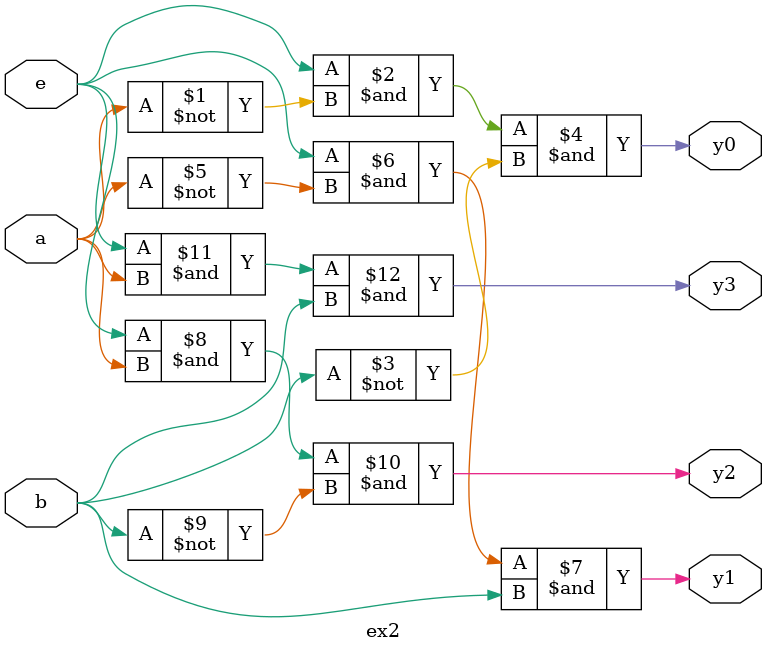
<source format=v>
module ex2(input e, a, b, output y0, y1, y2, y3);
	assign y0 = e & ~a & ~b;
	assign y1 = e & ~a &  b;
	assign y2 = e &  a & ~b;
	assign y3 = e &  a &  b;
endmodule

</source>
